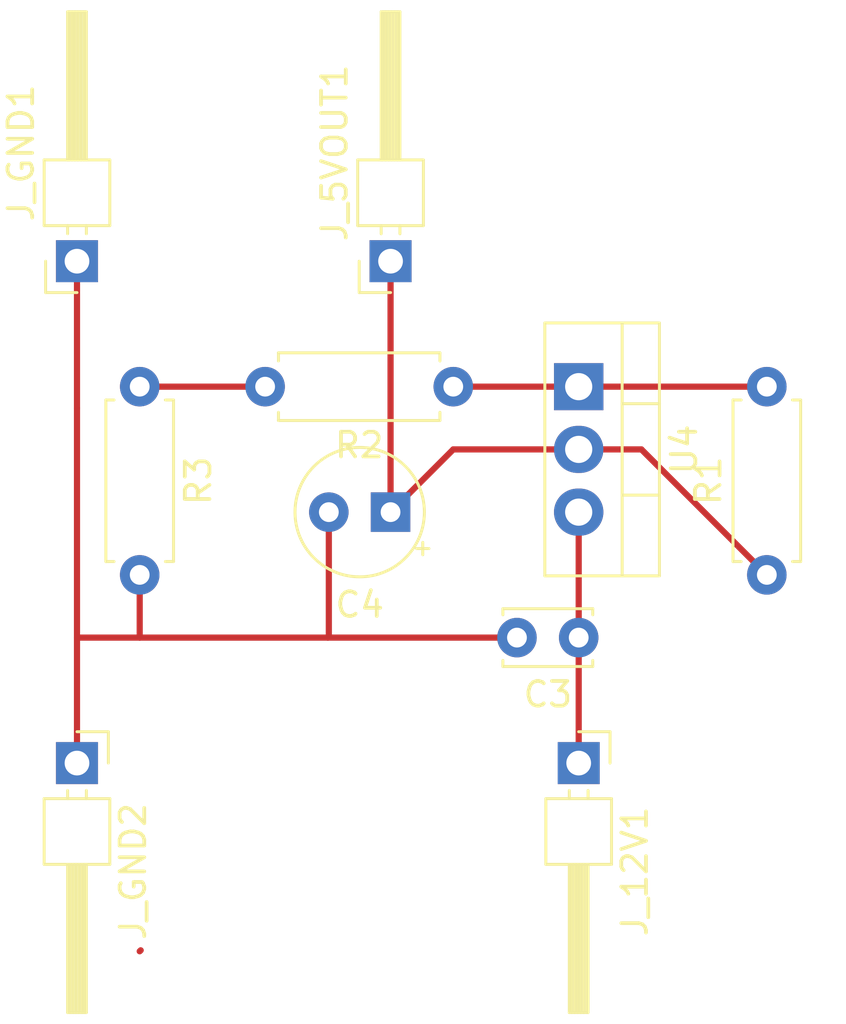
<source format=kicad_pcb>
(kicad_pcb (version 20171130) (host pcbnew "(5.1.6-0-10_14)")

  (general
    (thickness 1.6)
    (drawings 0)
    (tracks 20)
    (zones 0)
    (modules 10)
    (nets 6)
  )

  (page A4)
  (layers
    (0 F.Cu signal)
    (31 B.Cu signal)
    (32 B.Adhes user)
    (33 F.Adhes user)
    (34 B.Paste user)
    (35 F.Paste user)
    (36 B.SilkS user)
    (37 F.SilkS user)
    (38 B.Mask user)
    (39 F.Mask user)
    (40 Dwgs.User user)
    (41 Cmts.User user)
    (42 Eco1.User user)
    (43 Eco2.User user)
    (44 Edge.Cuts user)
    (45 Margin user)
    (46 B.CrtYd user)
    (47 F.CrtYd user)
    (48 B.Fab user)
    (49 F.Fab user)
  )

  (setup
    (last_trace_width 0.25)
    (trace_clearance 0.2)
    (zone_clearance 0.508)
    (zone_45_only no)
    (trace_min 0.2)
    (via_size 0.8)
    (via_drill 0.4)
    (via_min_size 0.4)
    (via_min_drill 0.3)
    (uvia_size 0.3)
    (uvia_drill 0.1)
    (uvias_allowed no)
    (uvia_min_size 0.2)
    (uvia_min_drill 0.1)
    (edge_width 0.05)
    (segment_width 0.2)
    (pcb_text_width 0.3)
    (pcb_text_size 1.5 1.5)
    (mod_edge_width 0.12)
    (mod_text_size 1 1)
    (mod_text_width 0.15)
    (pad_size 1.524 1.524)
    (pad_drill 0.762)
    (pad_to_mask_clearance 0.05)
    (aux_axis_origin 0 0)
    (visible_elements FFFFFF7F)
    (pcbplotparams
      (layerselection 0x010fc_ffffffff)
      (usegerberextensions false)
      (usegerberattributes true)
      (usegerberadvancedattributes true)
      (creategerberjobfile true)
      (excludeedgelayer true)
      (linewidth 0.100000)
      (plotframeref false)
      (viasonmask false)
      (mode 1)
      (useauxorigin false)
      (hpglpennumber 1)
      (hpglpenspeed 20)
      (hpglpendiameter 15.000000)
      (psnegative false)
      (psa4output false)
      (plotreference true)
      (plotvalue true)
      (plotinvisibletext false)
      (padsonsilk false)
      (subtractmaskfromsilk false)
      (outputformat 1)
      (mirror false)
      (drillshape 1)
      (scaleselection 1)
      (outputdirectory ""))
  )

  (net 0 "")
  (net 1 GND)
  (net 2 12Vunreg)
  (net 3 V5)
  (net 4 "Net-(R1-Pad2)")
  (net 5 "Net-(R2-Pad2)")

  (net_class Default "This is the default net class."
    (clearance 0.2)
    (trace_width 0.25)
    (via_dia 0.8)
    (via_drill 0.4)
    (uvia_dia 0.3)
    (uvia_drill 0.1)
    (add_net 12Vunreg)
    (add_net GND)
    (add_net "Net-(R1-Pad2)")
    (add_net "Net-(R2-Pad2)")
    (add_net V5)
  )

  (module Resistor_THT:R_Axial_DIN0207_L6.3mm_D2.5mm_P7.62mm_Horizontal (layer F.Cu) (tedit 5AE5139B) (tstamp 607231A9)
    (at 76.2 53.34 90)
    (descr "Resistor, Axial_DIN0207 series, Axial, Horizontal, pin pitch=7.62mm, 0.25W = 1/4W, length*diameter=6.3*2.5mm^2, http://cdn-reichelt.de/documents/datenblatt/B400/1_4W%23YAG.pdf")
    (tags "Resistor Axial_DIN0207 series Axial Horizontal pin pitch 7.62mm 0.25W = 1/4W length 6.3mm diameter 2.5mm")
    (path /5F24E0D0)
    (fp_text reference R1 (at 3.81 -2.37 90) (layer F.SilkS)
      (effects (font (size 1 1) (thickness 0.15)))
    )
    (fp_text value 240 (at 3.81 2.37 90) (layer F.Fab)
      (effects (font (size 1 1) (thickness 0.15)))
    )
    (fp_text user %R (at 3.81 0 90) (layer F.Fab)
      (effects (font (size 1 1) (thickness 0.15)))
    )
    (fp_line (start 0.66 -1.25) (end 0.66 1.25) (layer F.Fab) (width 0.1))
    (fp_line (start 0.66 1.25) (end 6.96 1.25) (layer F.Fab) (width 0.1))
    (fp_line (start 6.96 1.25) (end 6.96 -1.25) (layer F.Fab) (width 0.1))
    (fp_line (start 6.96 -1.25) (end 0.66 -1.25) (layer F.Fab) (width 0.1))
    (fp_line (start 0 0) (end 0.66 0) (layer F.Fab) (width 0.1))
    (fp_line (start 7.62 0) (end 6.96 0) (layer F.Fab) (width 0.1))
    (fp_line (start 0.54 -1.04) (end 0.54 -1.37) (layer F.SilkS) (width 0.12))
    (fp_line (start 0.54 -1.37) (end 7.08 -1.37) (layer F.SilkS) (width 0.12))
    (fp_line (start 7.08 -1.37) (end 7.08 -1.04) (layer F.SilkS) (width 0.12))
    (fp_line (start 0.54 1.04) (end 0.54 1.37) (layer F.SilkS) (width 0.12))
    (fp_line (start 0.54 1.37) (end 7.08 1.37) (layer F.SilkS) (width 0.12))
    (fp_line (start 7.08 1.37) (end 7.08 1.04) (layer F.SilkS) (width 0.12))
    (fp_line (start -1.05 -1.5) (end -1.05 1.5) (layer F.CrtYd) (width 0.05))
    (fp_line (start -1.05 1.5) (end 8.67 1.5) (layer F.CrtYd) (width 0.05))
    (fp_line (start 8.67 1.5) (end 8.67 -1.5) (layer F.CrtYd) (width 0.05))
    (fp_line (start 8.67 -1.5) (end -1.05 -1.5) (layer F.CrtYd) (width 0.05))
    (pad 2 thru_hole oval (at 7.62 0 90) (size 1.6 1.6) (drill 0.8) (layers *.Cu *.Mask)
      (net 4 "Net-(R1-Pad2)"))
    (pad 1 thru_hole circle (at 0 0 90) (size 1.6 1.6) (drill 0.8) (layers *.Cu *.Mask)
      (net 3 V5))
    (model ${KISYS3DMOD}/Resistor_THT.3dshapes/R_Axial_DIN0207_L6.3mm_D2.5mm_P7.62mm_Horizontal.wrl
      (at (xyz 0 0 0))
      (scale (xyz 1 1 1))
      (rotate (xyz 0 0 0))
    )
  )

  (module Connector_PinHeader_2.54mm:PinHeader_1x01_P2.54mm_Horizontal (layer F.Cu) (tedit 59FED5CB) (tstamp 60729B43)
    (at 48.26 60.96 270)
    (descr "Through hole angled pin header, 1x01, 2.54mm pitch, 6mm pin length, single row")
    (tags "Through hole angled pin header THT 1x01 2.54mm single row")
    (path /60765AE4)
    (fp_text reference J_GND2 (at 4.385 -2.27 90) (layer F.SilkS)
      (effects (font (size 1 1) (thickness 0.15)))
    )
    (fp_text value Conn_01x01 (at 4.385 2.27 90) (layer F.Fab)
      (effects (font (size 1 1) (thickness 0.15)))
    )
    (fp_text user %R (at 2.77 0) (layer F.Fab)
      (effects (font (size 1 1) (thickness 0.15)))
    )
    (fp_line (start 2.135 -1.27) (end 4.04 -1.27) (layer F.Fab) (width 0.1))
    (fp_line (start 4.04 -1.27) (end 4.04 1.27) (layer F.Fab) (width 0.1))
    (fp_line (start 4.04 1.27) (end 1.5 1.27) (layer F.Fab) (width 0.1))
    (fp_line (start 1.5 1.27) (end 1.5 -0.635) (layer F.Fab) (width 0.1))
    (fp_line (start 1.5 -0.635) (end 2.135 -1.27) (layer F.Fab) (width 0.1))
    (fp_line (start -0.32 -0.32) (end 1.5 -0.32) (layer F.Fab) (width 0.1))
    (fp_line (start -0.32 -0.32) (end -0.32 0.32) (layer F.Fab) (width 0.1))
    (fp_line (start -0.32 0.32) (end 1.5 0.32) (layer F.Fab) (width 0.1))
    (fp_line (start 4.04 -0.32) (end 10.04 -0.32) (layer F.Fab) (width 0.1))
    (fp_line (start 10.04 -0.32) (end 10.04 0.32) (layer F.Fab) (width 0.1))
    (fp_line (start 4.04 0.32) (end 10.04 0.32) (layer F.Fab) (width 0.1))
    (fp_line (start 1.44 -1.33) (end 1.44 1.33) (layer F.SilkS) (width 0.12))
    (fp_line (start 1.44 1.33) (end 4.1 1.33) (layer F.SilkS) (width 0.12))
    (fp_line (start 4.1 1.33) (end 4.1 -1.33) (layer F.SilkS) (width 0.12))
    (fp_line (start 4.1 -1.33) (end 1.44 -1.33) (layer F.SilkS) (width 0.12))
    (fp_line (start 4.1 -0.38) (end 10.1 -0.38) (layer F.SilkS) (width 0.12))
    (fp_line (start 10.1 -0.38) (end 10.1 0.38) (layer F.SilkS) (width 0.12))
    (fp_line (start 10.1 0.38) (end 4.1 0.38) (layer F.SilkS) (width 0.12))
    (fp_line (start 4.1 -0.32) (end 10.1 -0.32) (layer F.SilkS) (width 0.12))
    (fp_line (start 4.1 -0.2) (end 10.1 -0.2) (layer F.SilkS) (width 0.12))
    (fp_line (start 4.1 -0.08) (end 10.1 -0.08) (layer F.SilkS) (width 0.12))
    (fp_line (start 4.1 0.04) (end 10.1 0.04) (layer F.SilkS) (width 0.12))
    (fp_line (start 4.1 0.16) (end 10.1 0.16) (layer F.SilkS) (width 0.12))
    (fp_line (start 4.1 0.28) (end 10.1 0.28) (layer F.SilkS) (width 0.12))
    (fp_line (start 1.11 -0.38) (end 1.44 -0.38) (layer F.SilkS) (width 0.12))
    (fp_line (start 1.11 0.38) (end 1.44 0.38) (layer F.SilkS) (width 0.12))
    (fp_line (start -1.27 0) (end -1.27 -1.27) (layer F.SilkS) (width 0.12))
    (fp_line (start -1.27 -1.27) (end 0 -1.27) (layer F.SilkS) (width 0.12))
    (fp_line (start -1.8 -1.8) (end -1.8 1.8) (layer F.CrtYd) (width 0.05))
    (fp_line (start -1.8 1.8) (end 10.55 1.8) (layer F.CrtYd) (width 0.05))
    (fp_line (start 10.55 1.8) (end 10.55 -1.8) (layer F.CrtYd) (width 0.05))
    (fp_line (start 10.55 -1.8) (end -1.8 -1.8) (layer F.CrtYd) (width 0.05))
    (pad 1 thru_hole rect (at 0 0 270) (size 1.7 1.7) (drill 1) (layers *.Cu *.Mask)
      (net 1 GND))
    (model ${KISYS3DMOD}/Connector_PinHeader_2.54mm.3dshapes/PinHeader_1x01_P2.54mm_Horizontal.wrl
      (at (xyz 0 0 0))
      (scale (xyz 1 1 1))
      (rotate (xyz 0 0 0))
    )
  )

  (module Connector_PinHeader_2.54mm:PinHeader_1x01_P2.54mm_Horizontal (layer F.Cu) (tedit 59FED5CB) (tstamp 60723B32)
    (at 60.96 40.64 90)
    (descr "Through hole angled pin header, 1x01, 2.54mm pitch, 6mm pin length, single row")
    (tags "Through hole angled pin header THT 1x01 2.54mm single row")
    (path /6075C357)
    (fp_text reference J_5VOUT1 (at 4.385 -2.27 90) (layer F.SilkS)
      (effects (font (size 1 1) (thickness 0.15)))
    )
    (fp_text value Conn_01x01 (at 4.385 2.27 90) (layer F.Fab)
      (effects (font (size 1 1) (thickness 0.15)))
    )
    (fp_text user %R (at 2.77 0) (layer F.Fab)
      (effects (font (size 1 1) (thickness 0.15)))
    )
    (fp_line (start 2.135 -1.27) (end 4.04 -1.27) (layer F.Fab) (width 0.1))
    (fp_line (start 4.04 -1.27) (end 4.04 1.27) (layer F.Fab) (width 0.1))
    (fp_line (start 4.04 1.27) (end 1.5 1.27) (layer F.Fab) (width 0.1))
    (fp_line (start 1.5 1.27) (end 1.5 -0.635) (layer F.Fab) (width 0.1))
    (fp_line (start 1.5 -0.635) (end 2.135 -1.27) (layer F.Fab) (width 0.1))
    (fp_line (start -0.32 -0.32) (end 1.5 -0.32) (layer F.Fab) (width 0.1))
    (fp_line (start -0.32 -0.32) (end -0.32 0.32) (layer F.Fab) (width 0.1))
    (fp_line (start -0.32 0.32) (end 1.5 0.32) (layer F.Fab) (width 0.1))
    (fp_line (start 4.04 -0.32) (end 10.04 -0.32) (layer F.Fab) (width 0.1))
    (fp_line (start 10.04 -0.32) (end 10.04 0.32) (layer F.Fab) (width 0.1))
    (fp_line (start 4.04 0.32) (end 10.04 0.32) (layer F.Fab) (width 0.1))
    (fp_line (start 1.44 -1.33) (end 1.44 1.33) (layer F.SilkS) (width 0.12))
    (fp_line (start 1.44 1.33) (end 4.1 1.33) (layer F.SilkS) (width 0.12))
    (fp_line (start 4.1 1.33) (end 4.1 -1.33) (layer F.SilkS) (width 0.12))
    (fp_line (start 4.1 -1.33) (end 1.44 -1.33) (layer F.SilkS) (width 0.12))
    (fp_line (start 4.1 -0.38) (end 10.1 -0.38) (layer F.SilkS) (width 0.12))
    (fp_line (start 10.1 -0.38) (end 10.1 0.38) (layer F.SilkS) (width 0.12))
    (fp_line (start 10.1 0.38) (end 4.1 0.38) (layer F.SilkS) (width 0.12))
    (fp_line (start 4.1 -0.32) (end 10.1 -0.32) (layer F.SilkS) (width 0.12))
    (fp_line (start 4.1 -0.2) (end 10.1 -0.2) (layer F.SilkS) (width 0.12))
    (fp_line (start 4.1 -0.08) (end 10.1 -0.08) (layer F.SilkS) (width 0.12))
    (fp_line (start 4.1 0.04) (end 10.1 0.04) (layer F.SilkS) (width 0.12))
    (fp_line (start 4.1 0.16) (end 10.1 0.16) (layer F.SilkS) (width 0.12))
    (fp_line (start 4.1 0.28) (end 10.1 0.28) (layer F.SilkS) (width 0.12))
    (fp_line (start 1.11 -0.38) (end 1.44 -0.38) (layer F.SilkS) (width 0.12))
    (fp_line (start 1.11 0.38) (end 1.44 0.38) (layer F.SilkS) (width 0.12))
    (fp_line (start -1.27 0) (end -1.27 -1.27) (layer F.SilkS) (width 0.12))
    (fp_line (start -1.27 -1.27) (end 0 -1.27) (layer F.SilkS) (width 0.12))
    (fp_line (start -1.8 -1.8) (end -1.8 1.8) (layer F.CrtYd) (width 0.05))
    (fp_line (start -1.8 1.8) (end 10.55 1.8) (layer F.CrtYd) (width 0.05))
    (fp_line (start 10.55 1.8) (end 10.55 -1.8) (layer F.CrtYd) (width 0.05))
    (fp_line (start 10.55 -1.8) (end -1.8 -1.8) (layer F.CrtYd) (width 0.05))
    (pad 1 thru_hole rect (at 0 0 90) (size 1.7 1.7) (drill 1) (layers *.Cu *.Mask)
      (net 3 V5))
    (model ${KISYS3DMOD}/Connector_PinHeader_2.54mm.3dshapes/PinHeader_1x01_P2.54mm_Horizontal.wrl
      (at (xyz 0 0 0))
      (scale (xyz 1 1 1))
      (rotate (xyz 0 0 0))
    )
  )

  (module Connector_PinHeader_2.54mm:PinHeader_1x01_P2.54mm_Horizontal (layer F.Cu) (tedit 59FED5CB) (tstamp 60723B0C)
    (at 48.26 40.64 90)
    (descr "Through hole angled pin header, 1x01, 2.54mm pitch, 6mm pin length, single row")
    (tags "Through hole angled pin header THT 1x01 2.54mm single row")
    (path /6075E110)
    (fp_text reference J_GND1 (at 4.385 -2.27 90) (layer F.SilkS)
      (effects (font (size 1 1) (thickness 0.15)))
    )
    (fp_text value Conn_01x01 (at 5.08 0 90) (layer F.Fab)
      (effects (font (size 1 1) (thickness 0.15)))
    )
    (fp_text user %R (at 2.77 0) (layer F.Fab)
      (effects (font (size 1 1) (thickness 0.15)))
    )
    (fp_line (start 2.135 -1.27) (end 4.04 -1.27) (layer F.Fab) (width 0.1))
    (fp_line (start 4.04 -1.27) (end 4.04 1.27) (layer F.Fab) (width 0.1))
    (fp_line (start 4.04 1.27) (end 1.5 1.27) (layer F.Fab) (width 0.1))
    (fp_line (start 1.5 1.27) (end 1.5 -0.635) (layer F.Fab) (width 0.1))
    (fp_line (start 1.5 -0.635) (end 2.135 -1.27) (layer F.Fab) (width 0.1))
    (fp_line (start -0.32 -0.32) (end 1.5 -0.32) (layer F.Fab) (width 0.1))
    (fp_line (start -0.32 -0.32) (end -0.32 0.32) (layer F.Fab) (width 0.1))
    (fp_line (start -0.32 0.32) (end 1.5 0.32) (layer F.Fab) (width 0.1))
    (fp_line (start 4.04 -0.32) (end 10.04 -0.32) (layer F.Fab) (width 0.1))
    (fp_line (start 10.04 -0.32) (end 10.04 0.32) (layer F.Fab) (width 0.1))
    (fp_line (start 4.04 0.32) (end 10.04 0.32) (layer F.Fab) (width 0.1))
    (fp_line (start 1.44 -1.33) (end 1.44 1.33) (layer F.SilkS) (width 0.12))
    (fp_line (start 1.44 1.33) (end 4.1 1.33) (layer F.SilkS) (width 0.12))
    (fp_line (start 4.1 1.33) (end 4.1 -1.33) (layer F.SilkS) (width 0.12))
    (fp_line (start 4.1 -1.33) (end 1.44 -1.33) (layer F.SilkS) (width 0.12))
    (fp_line (start 4.1 -0.38) (end 10.1 -0.38) (layer F.SilkS) (width 0.12))
    (fp_line (start 10.1 -0.38) (end 10.1 0.38) (layer F.SilkS) (width 0.12))
    (fp_line (start 10.1 0.38) (end 4.1 0.38) (layer F.SilkS) (width 0.12))
    (fp_line (start 4.1 -0.32) (end 10.1 -0.32) (layer F.SilkS) (width 0.12))
    (fp_line (start 4.1 -0.2) (end 10.1 -0.2) (layer F.SilkS) (width 0.12))
    (fp_line (start 4.1 -0.08) (end 10.1 -0.08) (layer F.SilkS) (width 0.12))
    (fp_line (start 4.1 0.04) (end 10.1 0.04) (layer F.SilkS) (width 0.12))
    (fp_line (start 4.1 0.16) (end 10.1 0.16) (layer F.SilkS) (width 0.12))
    (fp_line (start 4.1 0.28) (end 10.1 0.28) (layer F.SilkS) (width 0.12))
    (fp_line (start 1.11 -0.38) (end 1.44 -0.38) (layer F.SilkS) (width 0.12))
    (fp_line (start 1.11 0.38) (end 1.44 0.38) (layer F.SilkS) (width 0.12))
    (fp_line (start -1.27 0) (end -1.27 -1.27) (layer F.SilkS) (width 0.12))
    (fp_line (start -1.27 -1.27) (end 0 -1.27) (layer F.SilkS) (width 0.12))
    (fp_line (start -1.8 -1.8) (end -1.8 1.8) (layer F.CrtYd) (width 0.05))
    (fp_line (start -1.8 1.8) (end 10.55 1.8) (layer F.CrtYd) (width 0.05))
    (fp_line (start 10.55 1.8) (end 10.55 -1.8) (layer F.CrtYd) (width 0.05))
    (fp_line (start 10.55 -1.8) (end -1.8 -1.8) (layer F.CrtYd) (width 0.05))
    (pad 1 thru_hole rect (at 0 0 90) (size 1.7 1.7) (drill 1) (layers *.Cu *.Mask)
      (net 1 GND))
    (model ${KISYS3DMOD}/Connector_PinHeader_2.54mm.3dshapes/PinHeader_1x01_P2.54mm_Horizontal.wrl
      (at (xyz 0 0 0))
      (scale (xyz 1 1 1))
      (rotate (xyz 0 0 0))
    )
  )

  (module Connector_PinHeader_2.54mm:PinHeader_1x01_P2.54mm_Horizontal (layer F.Cu) (tedit 59FED5CB) (tstamp 60723AE6)
    (at 68.58 60.96 270)
    (descr "Through hole angled pin header, 1x01, 2.54mm pitch, 6mm pin length, single row")
    (tags "Through hole angled pin header THT 1x01 2.54mm single row")
    (path /6075D495)
    (fp_text reference J_12V1 (at 4.385 -2.27 90) (layer F.SilkS)
      (effects (font (size 1 1) (thickness 0.15)))
    )
    (fp_text value Conn_01x01 (at 4.385 2.27 90) (layer F.Fab)
      (effects (font (size 1 1) (thickness 0.15)))
    )
    (fp_text user %R (at 2.77 0) (layer F.Fab)
      (effects (font (size 1 1) (thickness 0.15)))
    )
    (fp_line (start 2.135 -1.27) (end 4.04 -1.27) (layer F.Fab) (width 0.1))
    (fp_line (start 4.04 -1.27) (end 4.04 1.27) (layer F.Fab) (width 0.1))
    (fp_line (start 4.04 1.27) (end 1.5 1.27) (layer F.Fab) (width 0.1))
    (fp_line (start 1.5 1.27) (end 1.5 -0.635) (layer F.Fab) (width 0.1))
    (fp_line (start 1.5 -0.635) (end 2.135 -1.27) (layer F.Fab) (width 0.1))
    (fp_line (start -0.32 -0.32) (end 1.5 -0.32) (layer F.Fab) (width 0.1))
    (fp_line (start -0.32 -0.32) (end -0.32 0.32) (layer F.Fab) (width 0.1))
    (fp_line (start -0.32 0.32) (end 1.5 0.32) (layer F.Fab) (width 0.1))
    (fp_line (start 4.04 -0.32) (end 10.04 -0.32) (layer F.Fab) (width 0.1))
    (fp_line (start 10.04 -0.32) (end 10.04 0.32) (layer F.Fab) (width 0.1))
    (fp_line (start 4.04 0.32) (end 10.04 0.32) (layer F.Fab) (width 0.1))
    (fp_line (start 1.44 -1.33) (end 1.44 1.33) (layer F.SilkS) (width 0.12))
    (fp_line (start 1.44 1.33) (end 4.1 1.33) (layer F.SilkS) (width 0.12))
    (fp_line (start 4.1 1.33) (end 4.1 -1.33) (layer F.SilkS) (width 0.12))
    (fp_line (start 4.1 -1.33) (end 1.44 -1.33) (layer F.SilkS) (width 0.12))
    (fp_line (start 4.1 -0.38) (end 10.1 -0.38) (layer F.SilkS) (width 0.12))
    (fp_line (start 10.1 -0.38) (end 10.1 0.38) (layer F.SilkS) (width 0.12))
    (fp_line (start 10.1 0.38) (end 4.1 0.38) (layer F.SilkS) (width 0.12))
    (fp_line (start 4.1 -0.32) (end 10.1 -0.32) (layer F.SilkS) (width 0.12))
    (fp_line (start 4.1 -0.2) (end 10.1 -0.2) (layer F.SilkS) (width 0.12))
    (fp_line (start 4.1 -0.08) (end 10.1 -0.08) (layer F.SilkS) (width 0.12))
    (fp_line (start 4.1 0.04) (end 10.1 0.04) (layer F.SilkS) (width 0.12))
    (fp_line (start 4.1 0.16) (end 10.1 0.16) (layer F.SilkS) (width 0.12))
    (fp_line (start 4.1 0.28) (end 10.1 0.28) (layer F.SilkS) (width 0.12))
    (fp_line (start 1.11 -0.38) (end 1.44 -0.38) (layer F.SilkS) (width 0.12))
    (fp_line (start 1.11 0.38) (end 1.44 0.38) (layer F.SilkS) (width 0.12))
    (fp_line (start -1.27 0) (end -1.27 -1.27) (layer F.SilkS) (width 0.12))
    (fp_line (start -1.27 -1.27) (end 0 -1.27) (layer F.SilkS) (width 0.12))
    (fp_line (start -1.8 -1.8) (end -1.8 1.8) (layer F.CrtYd) (width 0.05))
    (fp_line (start -1.8 1.8) (end 10.55 1.8) (layer F.CrtYd) (width 0.05))
    (fp_line (start 10.55 1.8) (end 10.55 -1.8) (layer F.CrtYd) (width 0.05))
    (fp_line (start 10.55 -1.8) (end -1.8 -1.8) (layer F.CrtYd) (width 0.05))
    (pad 1 thru_hole rect (at 0 0 270) (size 1.7 1.7) (drill 1) (layers *.Cu *.Mask)
      (net 2 12Vunreg))
    (model ${KISYS3DMOD}/Connector_PinHeader_2.54mm.3dshapes/PinHeader_1x01_P2.54mm_Horizontal.wrl
      (at (xyz 0 0 0))
      (scale (xyz 1 1 1))
      (rotate (xyz 0 0 0))
    )
  )

  (module Package_TO_SOT_THT:TO-220-3_Vertical (layer F.Cu) (tedit 5AC8BA0D) (tstamp 607231F1)
    (at 68.58 45.72 270)
    (descr "TO-220-3, Vertical, RM 2.54mm, see https://www.vishay.com/docs/66542/to-220-1.pdf")
    (tags "TO-220-3 Vertical RM 2.54mm")
    (path /5F248AF8)
    (fp_text reference U4 (at 2.54 -4.27 90) (layer F.SilkS)
      (effects (font (size 1 1) (thickness 0.15)))
    )
    (fp_text value LM317_TO220 (at 2.54 2.5 90) (layer F.Fab)
      (effects (font (size 1 1) (thickness 0.15)))
    )
    (fp_text user %R (at 2.54 -4.27 90) (layer F.Fab)
      (effects (font (size 1 1) (thickness 0.15)))
    )
    (fp_line (start -2.46 -3.15) (end -2.46 1.25) (layer F.Fab) (width 0.1))
    (fp_line (start -2.46 1.25) (end 7.54 1.25) (layer F.Fab) (width 0.1))
    (fp_line (start 7.54 1.25) (end 7.54 -3.15) (layer F.Fab) (width 0.1))
    (fp_line (start 7.54 -3.15) (end -2.46 -3.15) (layer F.Fab) (width 0.1))
    (fp_line (start -2.46 -1.88) (end 7.54 -1.88) (layer F.Fab) (width 0.1))
    (fp_line (start 0.69 -3.15) (end 0.69 -1.88) (layer F.Fab) (width 0.1))
    (fp_line (start 4.39 -3.15) (end 4.39 -1.88) (layer F.Fab) (width 0.1))
    (fp_line (start -2.58 -3.27) (end 7.66 -3.27) (layer F.SilkS) (width 0.12))
    (fp_line (start -2.58 1.371) (end 7.66 1.371) (layer F.SilkS) (width 0.12))
    (fp_line (start -2.58 -3.27) (end -2.58 1.371) (layer F.SilkS) (width 0.12))
    (fp_line (start 7.66 -3.27) (end 7.66 1.371) (layer F.SilkS) (width 0.12))
    (fp_line (start -2.58 -1.76) (end 7.66 -1.76) (layer F.SilkS) (width 0.12))
    (fp_line (start 0.69 -3.27) (end 0.69 -1.76) (layer F.SilkS) (width 0.12))
    (fp_line (start 4.391 -3.27) (end 4.391 -1.76) (layer F.SilkS) (width 0.12))
    (fp_line (start -2.71 -3.4) (end -2.71 1.51) (layer F.CrtYd) (width 0.05))
    (fp_line (start -2.71 1.51) (end 7.79 1.51) (layer F.CrtYd) (width 0.05))
    (fp_line (start 7.79 1.51) (end 7.79 -3.4) (layer F.CrtYd) (width 0.05))
    (fp_line (start 7.79 -3.4) (end -2.71 -3.4) (layer F.CrtYd) (width 0.05))
    (pad 3 thru_hole oval (at 5.08 0 270) (size 1.905 2) (drill 1.1) (layers *.Cu *.Mask)
      (net 2 12Vunreg))
    (pad 2 thru_hole oval (at 2.54 0 270) (size 1.905 2) (drill 1.1) (layers *.Cu *.Mask)
      (net 3 V5))
    (pad 1 thru_hole rect (at 0 0 270) (size 1.905 2) (drill 1.1) (layers *.Cu *.Mask)
      (net 4 "Net-(R1-Pad2)"))
    (model ${KISYS3DMOD}/Package_TO_SOT_THT.3dshapes/TO-220-3_Vertical.wrl
      (at (xyz 0 0 0))
      (scale (xyz 1 1 1))
      (rotate (xyz 0 0 0))
    )
  )

  (module Resistor_THT:R_Axial_DIN0207_L6.3mm_D2.5mm_P7.62mm_Horizontal (layer F.Cu) (tedit 5AE5139B) (tstamp 607231D7)
    (at 50.8 45.72 270)
    (descr "Resistor, Axial_DIN0207 series, Axial, Horizontal, pin pitch=7.62mm, 0.25W = 1/4W, length*diameter=6.3*2.5mm^2, http://cdn-reichelt.de/documents/datenblatt/B400/1_4W%23YAG.pdf")
    (tags "Resistor Axial_DIN0207 series Axial Horizontal pin pitch 7.62mm 0.25W = 1/4W length 6.3mm diameter 2.5mm")
    (path /60743CDC)
    (fp_text reference R3 (at 3.81 -2.37 90) (layer F.SilkS)
      (effects (font (size 1 1) (thickness 0.15)))
    )
    (fp_text value 200 (at 3.81 2.37 90) (layer F.Fab)
      (effects (font (size 1 1) (thickness 0.15)))
    )
    (fp_text user %R (at 3.81 0 90) (layer F.Fab)
      (effects (font (size 1 1) (thickness 0.15)))
    )
    (fp_line (start 0.66 -1.25) (end 0.66 1.25) (layer F.Fab) (width 0.1))
    (fp_line (start 0.66 1.25) (end 6.96 1.25) (layer F.Fab) (width 0.1))
    (fp_line (start 6.96 1.25) (end 6.96 -1.25) (layer F.Fab) (width 0.1))
    (fp_line (start 6.96 -1.25) (end 0.66 -1.25) (layer F.Fab) (width 0.1))
    (fp_line (start 0 0) (end 0.66 0) (layer F.Fab) (width 0.1))
    (fp_line (start 7.62 0) (end 6.96 0) (layer F.Fab) (width 0.1))
    (fp_line (start 0.54 -1.04) (end 0.54 -1.37) (layer F.SilkS) (width 0.12))
    (fp_line (start 0.54 -1.37) (end 7.08 -1.37) (layer F.SilkS) (width 0.12))
    (fp_line (start 7.08 -1.37) (end 7.08 -1.04) (layer F.SilkS) (width 0.12))
    (fp_line (start 0.54 1.04) (end 0.54 1.37) (layer F.SilkS) (width 0.12))
    (fp_line (start 0.54 1.37) (end 7.08 1.37) (layer F.SilkS) (width 0.12))
    (fp_line (start 7.08 1.37) (end 7.08 1.04) (layer F.SilkS) (width 0.12))
    (fp_line (start -1.05 -1.5) (end -1.05 1.5) (layer F.CrtYd) (width 0.05))
    (fp_line (start -1.05 1.5) (end 8.67 1.5) (layer F.CrtYd) (width 0.05))
    (fp_line (start 8.67 1.5) (end 8.67 -1.5) (layer F.CrtYd) (width 0.05))
    (fp_line (start 8.67 -1.5) (end -1.05 -1.5) (layer F.CrtYd) (width 0.05))
    (pad 2 thru_hole oval (at 7.62 0 270) (size 1.6 1.6) (drill 0.8) (layers *.Cu *.Mask)
      (net 1 GND))
    (pad 1 thru_hole circle (at 0 0 270) (size 1.6 1.6) (drill 0.8) (layers *.Cu *.Mask)
      (net 5 "Net-(R2-Pad2)"))
    (model ${KISYS3DMOD}/Resistor_THT.3dshapes/R_Axial_DIN0207_L6.3mm_D2.5mm_P7.62mm_Horizontal.wrl
      (at (xyz 0 0 0))
      (scale (xyz 1 1 1))
      (rotate (xyz 0 0 0))
    )
  )

  (module Resistor_THT:R_Axial_DIN0207_L6.3mm_D2.5mm_P7.62mm_Horizontal (layer F.Cu) (tedit 5AE5139B) (tstamp 607231C0)
    (at 63.5 45.72 180)
    (descr "Resistor, Axial_DIN0207 series, Axial, Horizontal, pin pitch=7.62mm, 0.25W = 1/4W, length*diameter=6.3*2.5mm^2, http://cdn-reichelt.de/documents/datenblatt/B400/1_4W%23YAG.pdf")
    (tags "Resistor Axial_DIN0207 series Axial Horizontal pin pitch 7.62mm 0.25W = 1/4W length 6.3mm diameter 2.5mm")
    (path /5FB0EC75)
    (fp_text reference R2 (at 3.81 -2.37) (layer F.SilkS)
      (effects (font (size 1 1) (thickness 0.15)))
    )
    (fp_text value 510 (at 3.81 2.37) (layer F.Fab)
      (effects (font (size 1 1) (thickness 0.15)))
    )
    (fp_text user %R (at 3.81 0) (layer F.Fab)
      (effects (font (size 1 1) (thickness 0.15)))
    )
    (fp_line (start 0.66 -1.25) (end 0.66 1.25) (layer F.Fab) (width 0.1))
    (fp_line (start 0.66 1.25) (end 6.96 1.25) (layer F.Fab) (width 0.1))
    (fp_line (start 6.96 1.25) (end 6.96 -1.25) (layer F.Fab) (width 0.1))
    (fp_line (start 6.96 -1.25) (end 0.66 -1.25) (layer F.Fab) (width 0.1))
    (fp_line (start 0 0) (end 0.66 0) (layer F.Fab) (width 0.1))
    (fp_line (start 7.62 0) (end 6.96 0) (layer F.Fab) (width 0.1))
    (fp_line (start 0.54 -1.04) (end 0.54 -1.37) (layer F.SilkS) (width 0.12))
    (fp_line (start 0.54 -1.37) (end 7.08 -1.37) (layer F.SilkS) (width 0.12))
    (fp_line (start 7.08 -1.37) (end 7.08 -1.04) (layer F.SilkS) (width 0.12))
    (fp_line (start 0.54 1.04) (end 0.54 1.37) (layer F.SilkS) (width 0.12))
    (fp_line (start 0.54 1.37) (end 7.08 1.37) (layer F.SilkS) (width 0.12))
    (fp_line (start 7.08 1.37) (end 7.08 1.04) (layer F.SilkS) (width 0.12))
    (fp_line (start -1.05 -1.5) (end -1.05 1.5) (layer F.CrtYd) (width 0.05))
    (fp_line (start -1.05 1.5) (end 8.67 1.5) (layer F.CrtYd) (width 0.05))
    (fp_line (start 8.67 1.5) (end 8.67 -1.5) (layer F.CrtYd) (width 0.05))
    (fp_line (start 8.67 -1.5) (end -1.05 -1.5) (layer F.CrtYd) (width 0.05))
    (pad 2 thru_hole oval (at 7.62 0 180) (size 1.6 1.6) (drill 0.8) (layers *.Cu *.Mask)
      (net 5 "Net-(R2-Pad2)"))
    (pad 1 thru_hole circle (at 0 0 180) (size 1.6 1.6) (drill 0.8) (layers *.Cu *.Mask)
      (net 4 "Net-(R1-Pad2)"))
    (model ${KISYS3DMOD}/Resistor_THT.3dshapes/R_Axial_DIN0207_L6.3mm_D2.5mm_P7.62mm_Horizontal.wrl
      (at (xyz 0 0 0))
      (scale (xyz 1 1 1))
      (rotate (xyz 0 0 0))
    )
  )

  (module Capacitor_THT:CP_Radial_Tantal_D5.0mm_P2.50mm (layer F.Cu) (tedit 5AE50EF0) (tstamp 60723192)
    (at 60.96 50.8 180)
    (descr "CP, Radial_Tantal series, Radial, pin pitch=2.50mm, , diameter=5.0mm, Tantal Electrolytic Capacitor, http://cdn-reichelt.de/documents/datenblatt/B300/TANTAL-TB-Serie%23.pdf")
    (tags "CP Radial_Tantal series Radial pin pitch 2.50mm  diameter 5.0mm Tantal Electrolytic Capacitor")
    (path /5FB0EC78)
    (fp_text reference C4 (at 1.25 -3.75) (layer F.SilkS)
      (effects (font (size 1 1) (thickness 0.15)))
    )
    (fp_text value 10µF (at 1.25 3.75) (layer F.Fab)
      (effects (font (size 1 1) (thickness 0.15)))
    )
    (fp_text user %R (at 1.25 0) (layer F.Fab)
      (effects (font (size 1 1) (thickness 0.15)))
    )
    (fp_circle (center 1.25 0) (end 3.75 0) (layer F.Fab) (width 0.1))
    (fp_circle (center 1.25 0) (end 3.87 0) (layer F.SilkS) (width 0.12))
    (fp_circle (center 1.25 0) (end 4 0) (layer F.CrtYd) (width 0.05))
    (fp_line (start -0.883605 -1.0875) (end -0.383605 -1.0875) (layer F.Fab) (width 0.1))
    (fp_line (start -0.633605 -1.3375) (end -0.633605 -0.8375) (layer F.Fab) (width 0.1))
    (fp_line (start -1.554775 -1.475) (end -1.054775 -1.475) (layer F.SilkS) (width 0.12))
    (fp_line (start -1.304775 -1.725) (end -1.304775 -1.225) (layer F.SilkS) (width 0.12))
    (pad 2 thru_hole circle (at 2.5 0 180) (size 1.6 1.6) (drill 0.8) (layers *.Cu *.Mask)
      (net 1 GND))
    (pad 1 thru_hole rect (at 0 0 180) (size 1.6 1.6) (drill 0.8) (layers *.Cu *.Mask)
      (net 3 V5))
    (model ${KISYS3DMOD}/Capacitor_THT.3dshapes/CP_Radial_Tantal_D5.0mm_P2.50mm.wrl
      (at (xyz 0 0 0))
      (scale (xyz 1 1 1))
      (rotate (xyz 0 0 0))
    )
  )

  (module Capacitor_THT:C_Disc_D3.4mm_W2.1mm_P2.50mm (layer F.Cu) (tedit 5AE50EF0) (tstamp 60723184)
    (at 68.58 55.88 180)
    (descr "C, Disc series, Radial, pin pitch=2.50mm, , diameter*width=3.4*2.1mm^2, Capacitor, http://www.vishay.com/docs/45233/krseries.pdf")
    (tags "C Disc series Radial pin pitch 2.50mm  diameter 3.4mm width 2.1mm Capacitor")
    (path /5F2FD364)
    (fp_text reference C3 (at 1.25 -2.3) (layer F.SilkS)
      (effects (font (size 1 1) (thickness 0.15)))
    )
    (fp_text value 0.1µF (at 1.25 2.3) (layer F.Fab)
      (effects (font (size 1 1) (thickness 0.15)))
    )
    (fp_text user %R (at 1.25 0) (layer F.Fab)
      (effects (font (size 0.68 0.68) (thickness 0.102)))
    )
    (fp_line (start -0.45 -1.05) (end -0.45 1.05) (layer F.Fab) (width 0.1))
    (fp_line (start -0.45 1.05) (end 2.95 1.05) (layer F.Fab) (width 0.1))
    (fp_line (start 2.95 1.05) (end 2.95 -1.05) (layer F.Fab) (width 0.1))
    (fp_line (start 2.95 -1.05) (end -0.45 -1.05) (layer F.Fab) (width 0.1))
    (fp_line (start -0.57 -1.17) (end 3.07 -1.17) (layer F.SilkS) (width 0.12))
    (fp_line (start -0.57 1.17) (end 3.07 1.17) (layer F.SilkS) (width 0.12))
    (fp_line (start -0.57 -1.17) (end -0.57 -0.925) (layer F.SilkS) (width 0.12))
    (fp_line (start -0.57 0.925) (end -0.57 1.17) (layer F.SilkS) (width 0.12))
    (fp_line (start 3.07 -1.17) (end 3.07 -0.925) (layer F.SilkS) (width 0.12))
    (fp_line (start 3.07 0.925) (end 3.07 1.17) (layer F.SilkS) (width 0.12))
    (fp_line (start -1.05 -1.3) (end -1.05 1.3) (layer F.CrtYd) (width 0.05))
    (fp_line (start -1.05 1.3) (end 3.55 1.3) (layer F.CrtYd) (width 0.05))
    (fp_line (start 3.55 1.3) (end 3.55 -1.3) (layer F.CrtYd) (width 0.05))
    (fp_line (start 3.55 -1.3) (end -1.05 -1.3) (layer F.CrtYd) (width 0.05))
    (pad 2 thru_hole circle (at 2.5 0 180) (size 1.6 1.6) (drill 0.8) (layers *.Cu *.Mask)
      (net 1 GND))
    (pad 1 thru_hole circle (at 0 0 180) (size 1.6 1.6) (drill 0.8) (layers *.Cu *.Mask)
      (net 2 12Vunreg))
    (model ${KISYS3DMOD}/Capacitor_THT.3dshapes/C_Disc_D3.4mm_W2.1mm_P2.50mm.wrl
      (at (xyz 0 0 0))
      (scale (xyz 1 1 1))
      (rotate (xyz 0 0 0))
    )
  )

  (segment (start 50.8 53.38) (end 50.84 53.34) (width 0.25) (layer F.Cu) (net 1))
  (segment (start 50.84 68.54) (end 50.8 68.58) (width 0.25) (layer F.Cu) (net 1))
  (segment (start 58.46 55.84) (end 58.42 55.88) (width 0.25) (layer F.Cu) (net 1))
  (segment (start 58.46 50.8) (end 58.46 55.84) (width 0.25) (layer F.Cu) (net 1))
  (segment (start 66.08 55.88) (end 58.42 55.88) (width 0.25) (layer F.Cu) (net 1))
  (segment (start 50.8 53.34) (end 50.8 55.88) (width 0.25) (layer F.Cu) (net 1))
  (segment (start 48.26 46.594998) (end 48.26 40.64) (width 0.25) (layer F.Cu) (net 1))
  (segment (start 48.26 60.96) (end 48.26 46.594998) (width 0.25) (layer F.Cu) (net 1))
  (segment (start 48.26 55.88) (end 50.8 55.88) (width 0.25) (layer F.Cu) (net 1))
  (segment (start 50.8 55.88) (end 58.42 55.88) (width 0.25) (layer F.Cu) (net 1))
  (segment (start 68.58 50.8) (end 68.58 55.88) (width 0.25) (layer F.Cu) (net 2))
  (segment (start 68.58 55.88) (end 68.58 60.96) (width 0.25) (layer F.Cu) (net 2))
  (segment (start 60.96 50.8) (end 63.5 48.26) (width 0.25) (layer F.Cu) (net 3))
  (segment (start 63.5 48.26) (end 68.58 48.26) (width 0.25) (layer F.Cu) (net 3))
  (segment (start 71.12 48.26) (end 76.2 53.34) (width 0.25) (layer F.Cu) (net 3))
  (segment (start 68.58 48.26) (end 71.12 48.26) (width 0.25) (layer F.Cu) (net 3))
  (segment (start 60.96 50.8) (end 60.96 40.64) (width 0.25) (layer F.Cu) (net 3))
  (segment (start 76.2 45.72) (end 68.58 45.72) (width 0.25) (layer F.Cu) (net 4))
  (segment (start 68.58 45.72) (end 63.5 45.72) (width 0.25) (layer F.Cu) (net 4))
  (segment (start 55.88 45.72) (end 50.8 45.72) (width 0.25) (layer F.Cu) (net 5))

)

</source>
